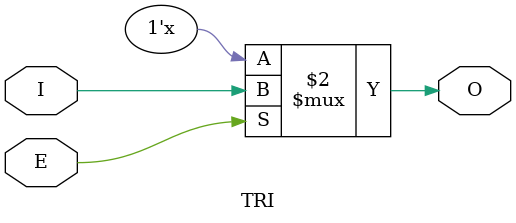
<source format=v>
`timescale 1ns / 1ps

/* AND GATE */
module AND_gate (
    input  I1,
    input  I2,
    output  O
);
    assign O = I1 & I2;
endmodule

/* OR GATE */
module OR_gate (
    input  I1,
    input  I2,
    output O
);
    assign O = I1 | I2;
endmodule

/* NOT GATE */
module NOT_gate (
    input I,
    output O
);
    assign O = ~I;
endmodule

//NAND GATE
module NAND_gate (
    input I1,
    input I2,
    output reg  O
);
    always@*
    begin
        O = ~( I1 & I2);      
    end
endmodule

/* NOR gate */
module NOR_gate (
    input I1,
    input I2,
    output reg O
);
    always@*
    begin
        O = ~( I1 | I2);      
    end
endmodule

//EXOR GATE
module EXOR_gate(
    input I1, 
    input I2,
    output O
    );
    
    LUT2 #(
    .INIT ( 4'b0110 ) 
	) EXOR
	(
    .I0( I1 ),
    .I1( I2 ),
    .O ( O )
    );
endmodule

//EXNOR GATE
module EXNOR_gate(
    input I1, 
    input I2,
    output O
    );
    
    LUT2 #(
    .INIT ( 4'b1001 ) 
	) EXOR
	(
    .I0( I1 ),
    .I1( I2 ),
    .O ( O )
    );
endmodule

//TRI
module TRI(
    input I,
    input E,
    output O
    );
    assign O = ( E == 1'b1) ? I : 1'bZ;
endmodule



</source>
